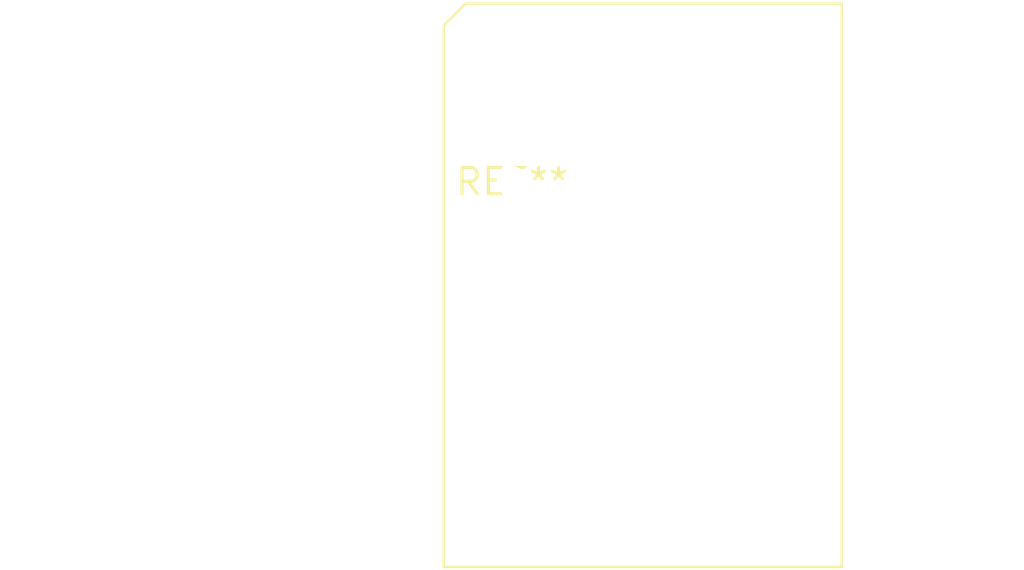
<source format=kicad_pcb>
(kicad_pcb (version 20240108) (generator pcbnew)
  (layers (0 "F.Cu" signal) (31 "B.Cu" signal) (34 "B.Paste" user) (35 "F.Paste" user) (36 "B.SilkS" user "B.Silkscreen") (37 "F.SilkS" user "F.Silkscreen") (38 "B.Mask" user) (39 "F.Mask" user) (44 "Edge.Cuts" user))
  (net 0 "")
  (footprint "L_CommonMode_PulseElectronics_PH9455x405NL_1" (layer "F.Cu") (at 0 0)
    (property "Reference" "REF**")
    (property "Value" "L_CommonMode_PulseElectronics_PH9455x405NL_1")
    (fp_line (start -3.3 -7.55) (end -3.3 18.6) (layer "F.SilkS") (stroke (width 0.12)))
    (fp_line (start -3.3 18.6) (end 15.9 18.6) (layer "F.SilkS") (stroke (width 0.12)))
    (fp_line (start -2.25 -8.6) (end -3.3 -7.55) (layer "F.SilkS") (stroke (width 0.12)))
    (fp_line (start 15.9 -8.6) (end -2.25 -8.6) (layer "F.SilkS") (stroke (width 0.12)))
    (fp_line (start 15.9 18.6) (end 15.9 -8.6) (layer "F.SilkS") (stroke (width 0.12)))
    (pad "1" thru_hole rect (at 0 0) (size 3 3) (drill 1.5) (layers *.Cu *.Mask) (remove_unused_layers))
    (pad "2" thru_hole circle (at 0 10) (size 3 3) (drill 1.5) (layers *.Cu *.Mask) (remove_unused_layers))
    (pad "3" thru_hole circle (at 12.6 10) (size 3 3) (drill 1.5) (layers *.Cu *.Mask) (remove_unused_layers))
    (pad "4" thru_hole circle (at 12.6 0) (size 3 3) (drill 1.5) (layers *.Cu *.Mask) (remove_unused_layers))
  )
)
</source>
